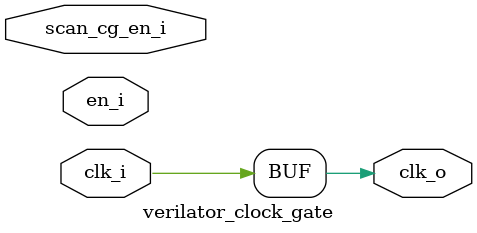
<source format=sv>
`timescale 1ns / 1ps

module verilator_clock_gate (
    input  logic clk_i,
    input  logic en_i,
    input  logic scan_cg_en_i,
    output logic clk_o
);
  assign clk_o = clk_i;

endmodule

</source>
